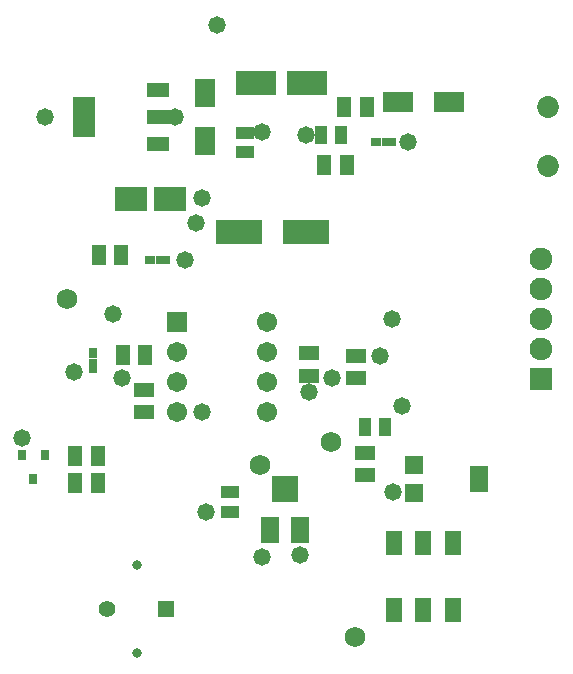
<source format=gts>
G04*
G04 #@! TF.GenerationSoftware,Altium Limited,Altium Designer,20.2.7 (254)*
G04*
G04 Layer_Color=8388736*
%FSAX25Y25*%
%MOIN*%
G70*
G04*
G04 #@! TF.SameCoordinates,1B070C9D-936C-4A0F-866C-AF898DE0267E*
G04*
G04*
G04 #@! TF.FilePolarity,Negative*
G04*
G01*
G75*
%ADD37R,0.03162X0.03556*%
%ADD38R,0.04737X0.06509*%
%ADD39R,0.03556X0.02769*%
%ADD40R,0.04934X0.02769*%
%ADD41R,0.05918X0.08674*%
%ADD42R,0.08674X0.08674*%
%ADD43R,0.04383X0.06272*%
%ADD44R,0.06509X0.04737*%
%ADD45R,0.05918X0.05918*%
%ADD46R,0.06272X0.04383*%
%ADD47R,0.05524X0.08477*%
%ADD48R,0.07690X0.04540*%
%ADD49R,0.07690X0.13398*%
%ADD50R,0.06706X0.09658*%
%ADD51R,0.02769X0.03556*%
%ADD52R,0.02769X0.04934*%
%ADD53R,0.11036X0.07887*%
%ADD54R,0.15367X0.07887*%
%ADD55R,0.09855X0.06902*%
%ADD56R,0.13398X0.08083*%
%ADD57C,0.06800*%
%ADD58R,0.06706X0.06706*%
%ADD59C,0.06706*%
%ADD60C,0.03162*%
%ADD61C,0.05524*%
%ADD62R,0.05524X0.05524*%
%ADD63C,0.07296*%
%ADD64R,0.07591X0.07591*%
%ADD65C,0.07591*%
%ADD66C,0.05800*%
D37*
X0013352Y0068701D02*
D03*
X0009612Y0076575D02*
D03*
X0017093D02*
D03*
D38*
X0035141Y0143307D02*
D03*
X0042621D02*
D03*
X0034843Y0076378D02*
D03*
X0027362D02*
D03*
X0034727Y0067306D02*
D03*
X0027247D02*
D03*
X0043077Y0110039D02*
D03*
X0050557D02*
D03*
X0117818Y0173228D02*
D03*
X0110338D02*
D03*
X0116912Y0192717D02*
D03*
X0124393D02*
D03*
D39*
X0052185Y0141732D02*
D03*
X0127382Y0180905D02*
D03*
D40*
X0056575Y0141732D02*
D03*
X0131772Y0180905D02*
D03*
D41*
X0102362Y0051690D02*
D03*
X0092362D02*
D03*
X0161973Y0068701D02*
D03*
D42*
X0097362Y0065391D02*
D03*
D43*
X0109272Y0183186D02*
D03*
X0115728D02*
D03*
X0130394Y0085925D02*
D03*
X0123937D02*
D03*
D44*
X0123917Y0069882D02*
D03*
Y0077362D02*
D03*
X0050295Y0098425D02*
D03*
Y0090945D02*
D03*
X0120768Y0102362D02*
D03*
Y0109843D02*
D03*
X0105118Y0103051D02*
D03*
Y0110531D02*
D03*
D45*
X0140320Y0073228D02*
D03*
Y0064173D02*
D03*
D46*
X0083858Y0184151D02*
D03*
Y0177694D02*
D03*
X0078740Y0057795D02*
D03*
Y0064252D02*
D03*
D47*
X0133366Y0047343D02*
D03*
X0143209D02*
D03*
X0153051D02*
D03*
X0133366Y0025098D02*
D03*
X0143209D02*
D03*
X0153051D02*
D03*
D48*
X0054921Y0180315D02*
D03*
Y0189370D02*
D03*
Y0198425D02*
D03*
D49*
X0030118Y0189370D02*
D03*
D50*
X0070472Y0197441D02*
D03*
Y0181299D02*
D03*
D51*
X0033316Y0110610D02*
D03*
D52*
Y0106220D02*
D03*
D53*
X0045768Y0162008D02*
D03*
X0058760D02*
D03*
D54*
X0081890Y0150869D02*
D03*
X0104331D02*
D03*
D55*
X0151738Y0194446D02*
D03*
X0134809D02*
D03*
D56*
X0104494Y0200526D02*
D03*
X0087565D02*
D03*
D57*
X0024412Y0128743D02*
D03*
X0088967Y0073265D02*
D03*
X0112519Y0080985D02*
D03*
X0120669Y0016043D02*
D03*
D58*
X0061344Y0121102D02*
D03*
D59*
Y0111102D02*
D03*
Y0101102D02*
D03*
Y0091102D02*
D03*
X0091344Y0121102D02*
D03*
Y0111102D02*
D03*
Y0101102D02*
D03*
Y0091102D02*
D03*
D60*
X0047739Y0040141D02*
D03*
Y0010613D02*
D03*
D61*
X0037897Y0025377D02*
D03*
D62*
X0057582D02*
D03*
D63*
X0184924Y0173031D02*
D03*
Y0192717D02*
D03*
D64*
X0182644Y0101850D02*
D03*
D65*
Y0111850D02*
D03*
Y0121850D02*
D03*
Y0131850D02*
D03*
Y0141850D02*
D03*
D66*
X0133046Y0064198D02*
D03*
X0060630Y0189370D02*
D03*
X0069587Y0162205D02*
D03*
X0069390Y0090945D02*
D03*
X0132972Y0122146D02*
D03*
X0026772Y0104331D02*
D03*
X0089370Y0184252D02*
D03*
X0009646Y0082382D02*
D03*
X0017224Y0189272D02*
D03*
X0042717Y0102362D02*
D03*
X0063779Y0141732D02*
D03*
X0089645Y0042520D02*
D03*
X0074410Y0220177D02*
D03*
X0112992Y0102264D02*
D03*
X0128839Y0109843D02*
D03*
X0105118Y0097835D02*
D03*
X0136319Y0093110D02*
D03*
X0138189Y0181102D02*
D03*
X0104344Y0183465D02*
D03*
X0070965Y0057579D02*
D03*
X0102362Y0043406D02*
D03*
X0067669Y0154018D02*
D03*
X0039862Y0123524D02*
D03*
M02*

</source>
